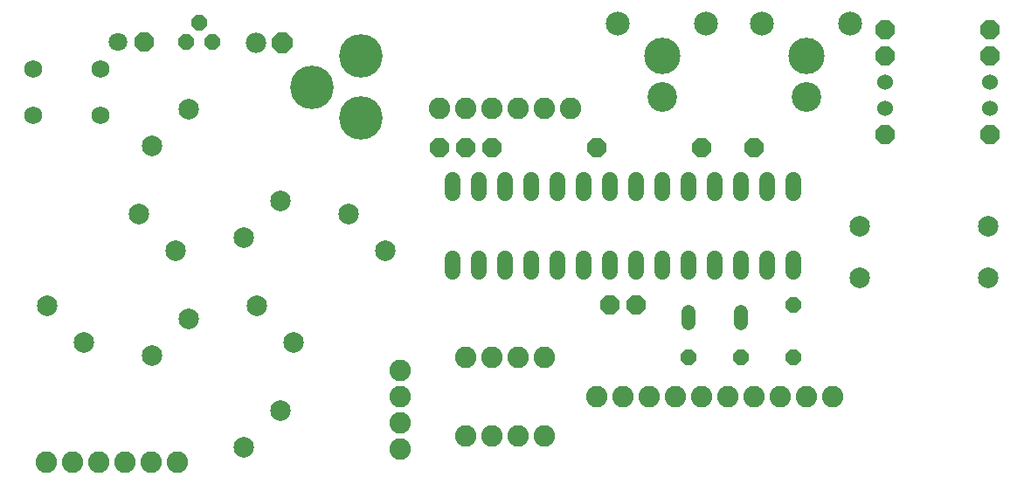
<source format=gbs>
G75*
G70*
%OFA0B0*%
%FSLAX24Y24*%
%IPPOS*%
%LPD*%
%AMOC8*
5,1,8,0,0,1.08239X$1,22.5*
%
%ADD10C,0.0600*%
%ADD11OC8,0.0600*%
%ADD12C,0.1660*%
%ADD13C,0.0520*%
%ADD14OC8,0.0740*%
%ADD15C,0.0907*%
%ADD16C,0.1386*%
%ADD17C,0.1130*%
%ADD18C,0.0820*%
%ADD19C,0.0785*%
%ADD20C,0.0680*%
%ADD21OC8,0.0780*%
%ADD22C,0.0780*%
%ADD23OC8,0.0710*%
%ADD24C,0.0710*%
%ADD25C,0.0600*%
D10*
X017151Y008734D02*
X017151Y009254D01*
X018151Y009254D02*
X018151Y008734D01*
X019151Y008734D02*
X019151Y009254D01*
X020151Y009254D02*
X020151Y008734D01*
X021151Y008734D02*
X021151Y009254D01*
X022151Y009254D02*
X022151Y008734D01*
X023151Y008734D02*
X023151Y009254D01*
X024151Y009254D02*
X024151Y008734D01*
X025151Y008734D02*
X025151Y009254D01*
X026151Y009254D02*
X026151Y008734D01*
X027151Y008734D02*
X027151Y009254D01*
X028151Y009254D02*
X028151Y008734D01*
X029151Y008734D02*
X029151Y009254D01*
X030151Y009254D02*
X030151Y008734D01*
X030151Y011734D02*
X030151Y012254D01*
X029151Y012254D02*
X029151Y011734D01*
X028151Y011734D02*
X028151Y012254D01*
X027151Y012254D02*
X027151Y011734D01*
X026151Y011734D02*
X026151Y012254D01*
X025151Y012254D02*
X025151Y011734D01*
X024151Y011734D02*
X024151Y012254D01*
X023151Y012254D02*
X023151Y011734D01*
X022151Y011734D02*
X022151Y012254D01*
X021151Y012254D02*
X021151Y011734D01*
X020151Y011734D02*
X020151Y012254D01*
X019151Y012254D02*
X019151Y011734D01*
X018151Y011734D02*
X018151Y012254D01*
X017151Y012254D02*
X017151Y011734D01*
D11*
X007986Y017500D03*
X006986Y017500D03*
X007486Y018250D03*
X030151Y007494D03*
X030151Y005494D03*
X028151Y005494D03*
X026151Y005494D03*
D12*
X013651Y014600D03*
X011801Y015781D03*
X013651Y016962D03*
D13*
X026151Y007214D02*
X026151Y006774D01*
X028151Y006774D02*
X028151Y007214D01*
D14*
X024151Y007494D03*
X023151Y007494D03*
X022651Y013494D03*
X018651Y013494D03*
X017651Y013494D03*
X016651Y013494D03*
X033651Y013994D03*
X037651Y013994D03*
X037651Y016994D03*
X037651Y017994D03*
X033651Y017994D03*
X033651Y016994D03*
D15*
X032324Y018214D03*
X028978Y018214D03*
X026824Y018214D03*
X023478Y018214D03*
D16*
X025151Y016994D03*
X030651Y016994D03*
D17*
X030652Y015411D03*
X025152Y015411D03*
D18*
X001651Y001494D03*
X002651Y001494D03*
X003651Y001494D03*
X004651Y001494D03*
X005651Y001494D03*
X006651Y001494D03*
X015151Y001994D03*
X015151Y002994D03*
X015151Y003994D03*
X015151Y004994D03*
X017651Y005494D03*
X018651Y005494D03*
X019651Y005494D03*
X020651Y005494D03*
X022651Y003994D03*
X023651Y003994D03*
X024651Y003994D03*
X025651Y003994D03*
X026651Y003994D03*
X027651Y003994D03*
X028651Y003994D03*
X029651Y003994D03*
X030651Y003994D03*
X031651Y003994D03*
X020651Y002494D03*
X019651Y002494D03*
X018651Y002494D03*
X017651Y002494D03*
X017651Y014994D03*
X018651Y014994D03*
X019651Y014994D03*
X020651Y014994D03*
X021651Y014994D03*
X016651Y014994D03*
D19*
X010591Y011454D03*
X009191Y010054D03*
X006591Y009534D03*
X005191Y010934D03*
X005711Y013534D03*
X007111Y014934D03*
X013191Y010934D03*
X014591Y009534D03*
X009711Y007454D03*
X007111Y006934D03*
X005711Y005534D03*
X003111Y006054D03*
X001711Y007454D03*
X010591Y003454D03*
X009191Y002054D03*
X011111Y006054D03*
X032691Y008514D03*
X032691Y010474D03*
X037611Y010474D03*
X037611Y008514D03*
D20*
X003731Y014704D03*
X001171Y014704D03*
X001171Y016484D03*
X003731Y016484D03*
D21*
X010651Y017494D03*
D22*
X009651Y017494D03*
D23*
X005400Y017527D03*
X026651Y013494D03*
X028651Y013494D03*
D24*
X004400Y017527D03*
D25*
X033651Y015994D03*
X033651Y014994D03*
X037651Y014994D03*
X037651Y015994D03*
M02*

</source>
